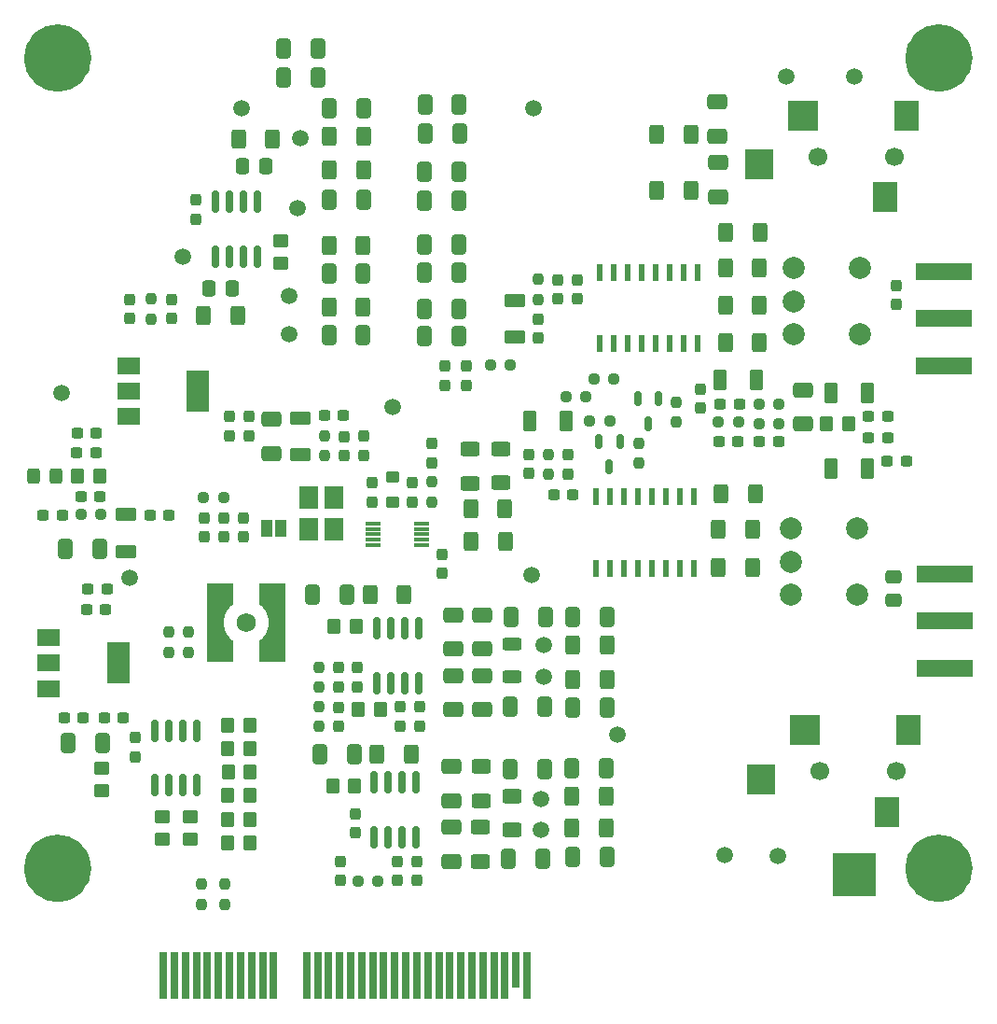
<source format=gbr>
%TF.GenerationSoftware,KiCad,Pcbnew,7.0.8*%
%TF.CreationDate,2023-11-11T12:02:15+01:00*%
%TF.ProjectId,Rhapsody_IQ,52686170-736f-4647-995f-49512e6b6963,rev?*%
%TF.SameCoordinates,Original*%
%TF.FileFunction,Soldermask,Top*%
%TF.FilePolarity,Negative*%
%FSLAX46Y46*%
G04 Gerber Fmt 4.6, Leading zero omitted, Abs format (unit mm)*
G04 Created by KiCad (PCBNEW 7.0.8) date 2023-11-11 12:02:15*
%MOMM*%
%LPD*%
G01*
G04 APERTURE LIST*
G04 Aperture macros list*
%AMRoundRect*
0 Rectangle with rounded corners*
0 $1 Rounding radius*
0 $2 $3 $4 $5 $6 $7 $8 $9 X,Y pos of 4 corners*
0 Add a 4 corners polygon primitive as box body*
4,1,4,$2,$3,$4,$5,$6,$7,$8,$9,$2,$3,0*
0 Add four circle primitives for the rounded corners*
1,1,$1+$1,$2,$3*
1,1,$1+$1,$4,$5*
1,1,$1+$1,$6,$7*
1,1,$1+$1,$8,$9*
0 Add four rect primitives between the rounded corners*
20,1,$1+$1,$2,$3,$4,$5,0*
20,1,$1+$1,$4,$5,$6,$7,0*
20,1,$1+$1,$6,$7,$8,$9,0*
20,1,$1+$1,$8,$9,$2,$3,0*%
%AMFreePoly0*
4,1,40,0.755354,3.560354,0.755500,3.560000,0.755500,-3.560000,0.755354,-3.560354,0.755000,-3.560500,-1.595000,-3.560500,-1.595354,-3.560354,-1.595500,-3.560000,-1.595500,-1.652300,-1.595486,-1.652267,-1.595496,-1.652231,-1.595414,-1.652091,-1.595354,-1.651946,-1.595320,-1.651932,-1.595302,-1.651901,-1.477258,-1.562567,-1.265736,-1.355467,-1.086297,-1.120034,-0.942685,-0.861180,-0.837904,-0.584317,
-0.774149,-0.295250,-0.752747,0.000000,-0.774149,0.295250,-0.837904,0.584317,-0.942685,0.861180,-1.086297,1.120034,-1.265736,1.355467,-1.477258,1.562567,-1.595302,1.651901,-1.595320,1.651932,-1.595354,1.651946,-1.595414,1.652091,-1.595496,1.652231,-1.595486,1.652267,-1.595500,1.652300,-1.595500,3.560000,-1.595354,3.560354,-1.595000,3.560500,0.755000,3.560500,0.755354,3.560354,
0.755354,3.560354,$1*%
G04 Aperture macros list end*
%ADD10C,3.075000*%
%ADD11RoundRect,0.137500X0.137500X-0.662500X0.137500X0.662500X-0.137500X0.662500X-0.137500X-0.662500X0*%
%ADD12RoundRect,0.250000X-0.412500X-0.650000X0.412500X-0.650000X0.412500X0.650000X-0.412500X0.650000X0*%
%ADD13RoundRect,0.237500X-0.237500X0.300000X-0.237500X-0.300000X0.237500X-0.300000X0.237500X0.300000X0*%
%ADD14C,1.500000*%
%ADD15RoundRect,0.250000X0.625000X-0.400000X0.625000X0.400000X-0.625000X0.400000X-0.625000X-0.400000X0*%
%ADD16RoundRect,0.250000X0.412500X0.650000X-0.412500X0.650000X-0.412500X-0.650000X0.412500X-0.650000X0*%
%ADD17RoundRect,0.250000X0.650000X-0.412500X0.650000X0.412500X-0.650000X0.412500X-0.650000X-0.412500X0*%
%ADD18RoundRect,0.237500X-0.237500X0.250000X-0.237500X-0.250000X0.237500X-0.250000X0.237500X0.250000X0*%
%ADD19RoundRect,0.237500X0.300000X0.237500X-0.300000X0.237500X-0.300000X-0.237500X0.300000X-0.237500X0*%
%ADD20RoundRect,0.237500X0.237500X-0.250000X0.237500X0.250000X-0.237500X0.250000X-0.237500X-0.250000X0*%
%ADD21RoundRect,0.237500X-0.300000X-0.237500X0.300000X-0.237500X0.300000X0.237500X-0.300000X0.237500X0*%
%ADD22RoundRect,0.150000X-0.150000X0.825000X-0.150000X-0.825000X0.150000X-0.825000X0.150000X0.825000X0*%
%ADD23RoundRect,0.250000X-0.400000X-0.625000X0.400000X-0.625000X0.400000X0.625000X-0.400000X0.625000X0*%
%ADD24R,1.400000X0.300000*%
%ADD25RoundRect,0.250000X-0.325000X-0.450000X0.325000X-0.450000X0.325000X0.450000X-0.325000X0.450000X0*%
%ADD26RoundRect,0.250000X-0.450000X0.350000X-0.450000X-0.350000X0.450000X-0.350000X0.450000X0.350000X0*%
%ADD27RoundRect,0.237500X-0.250000X-0.237500X0.250000X-0.237500X0.250000X0.237500X-0.250000X0.237500X0*%
%ADD28RoundRect,0.250000X0.362500X0.700000X-0.362500X0.700000X-0.362500X-0.700000X0.362500X-0.700000X0*%
%ADD29R,5.080000X1.500000*%
%ADD30RoundRect,0.250000X0.475000X-0.337500X0.475000X0.337500X-0.475000X0.337500X-0.475000X-0.337500X0*%
%ADD31R,1.800000X2.100000*%
%ADD32R,1.000000X1.500000*%
%ADD33RoundRect,0.250000X0.400000X0.625000X-0.400000X0.625000X-0.400000X-0.625000X0.400000X-0.625000X0*%
%ADD34RoundRect,0.250000X0.350000X0.450000X-0.350000X0.450000X-0.350000X-0.450000X0.350000X-0.450000X0*%
%ADD35RoundRect,0.237500X0.250000X0.237500X-0.250000X0.237500X-0.250000X-0.237500X0.250000X-0.237500X0*%
%ADD36R,2.000000X1.500000*%
%ADD37R,2.000000X3.800000*%
%ADD38RoundRect,0.250000X-0.625000X0.400000X-0.625000X-0.400000X0.625000X-0.400000X0.625000X0.400000X0*%
%ADD39RoundRect,0.250000X-0.350000X-0.450000X0.350000X-0.450000X0.350000X0.450000X-0.350000X0.450000X0*%
%ADD40RoundRect,0.250000X-0.625000X0.312500X-0.625000X-0.312500X0.625000X-0.312500X0.625000X0.312500X0*%
%ADD41C,2.000000*%
%ADD42RoundRect,0.250000X-0.700000X0.362500X-0.700000X-0.362500X0.700000X-0.362500X0.700000X0.362500X0*%
%ADD43RoundRect,0.237500X0.237500X-0.300000X0.237500X0.300000X-0.237500X0.300000X-0.237500X-0.300000X0*%
%ADD44RoundRect,0.250000X0.700000X-0.362500X0.700000X0.362500X-0.700000X0.362500X-0.700000X-0.362500X0*%
%ADD45R,0.700000X4.300000*%
%ADD46R,0.700000X3.200000*%
%ADD47R,4.000000X4.000000*%
%ADD48RoundRect,0.250000X0.450000X-0.350000X0.450000X0.350000X-0.450000X0.350000X-0.450000X-0.350000X0*%
%ADD49C,1.730000*%
%ADD50FreePoly0,0.000000*%
%ADD51FreePoly0,180.000000*%
%ADD52RoundRect,0.250000X-0.350000X0.275000X-0.350000X-0.275000X0.350000X-0.275000X0.350000X0.275000X0*%
%ADD53RoundRect,0.250000X-0.650000X0.412500X-0.650000X-0.412500X0.650000X-0.412500X0.650000X0.412500X0*%
%ADD54C,1.700000*%
%ADD55R,2.200000X2.800000*%
%ADD56R,2.800000X2.800000*%
%ADD57R,2.600000X2.800000*%
%ADD58RoundRect,0.250000X0.337500X0.475000X-0.337500X0.475000X-0.337500X-0.475000X0.337500X-0.475000X0*%
%ADD59RoundRect,0.150000X-0.150000X0.512500X-0.150000X-0.512500X0.150000X-0.512500X0.150000X0.512500X0*%
%ADD60RoundRect,0.150000X0.150000X-0.825000X0.150000X0.825000X-0.150000X0.825000X-0.150000X-0.825000X0*%
G04 APERTURE END LIST*
D10*
X109537500Y-33500000D02*
G75*
G03*
X109537500Y-33500000I-1537500J0D01*
G01*
X189537500Y-107000000D02*
G75*
G03*
X189537500Y-107000000I-1537500J0D01*
G01*
X109537500Y-107000000D02*
G75*
G03*
X109537500Y-107000000I-1537500J0D01*
G01*
X189537500Y-33500000D02*
G75*
G03*
X189537500Y-33500000I-1537500J0D01*
G01*
D11*
%TO.C,U305*%
X156855000Y-79775000D03*
X158125000Y-79775000D03*
X159395000Y-79775000D03*
X160665000Y-79775000D03*
X161935000Y-79775000D03*
X163205000Y-79775000D03*
X164475000Y-79775000D03*
X165745000Y-79775000D03*
X165745000Y-73275000D03*
X164475000Y-73275000D03*
X163205000Y-73275000D03*
X161935000Y-73275000D03*
X160665000Y-73275000D03*
X159395000Y-73275000D03*
X158125000Y-73275000D03*
X156855000Y-73275000D03*
%TD*%
%TO.C,U203*%
X157205000Y-59425000D03*
X158475000Y-59425000D03*
X159745000Y-59425000D03*
X161015000Y-59425000D03*
X162285000Y-59425000D03*
X163555000Y-59425000D03*
X164825000Y-59425000D03*
X166095000Y-59425000D03*
X166095000Y-52925000D03*
X164825000Y-52925000D03*
X163555000Y-52925000D03*
X162285000Y-52925000D03*
X161015000Y-52925000D03*
X159745000Y-52925000D03*
X158475000Y-52925000D03*
X157205000Y-52925000D03*
%TD*%
D12*
%TO.C,C215*%
X132657000Y-46355000D03*
X135782000Y-46355000D03*
%TD*%
D13*
%TO.C,C210*%
X145131000Y-61468000D03*
X145131000Y-63193000D03*
%TD*%
D14*
%TO.C,TP105*%
X174117000Y-35179000D03*
%TD*%
D13*
%TO.C,C201*%
X114554000Y-55398500D03*
X114554000Y-57123500D03*
%TD*%
D14*
%TO.C,TP205*%
X119380000Y-51562000D03*
%TD*%
D15*
%TO.C,R327*%
X146431000Y-100891000D03*
X146431000Y-97791000D03*
%TD*%
D16*
%TO.C,C214*%
X144462900Y-37744400D03*
X141337900Y-37744400D03*
%TD*%
%TO.C,C326*%
X157899500Y-84201000D03*
X154774500Y-84201000D03*
%TD*%
D17*
%TO.C,C336*%
X143764000Y-100903500D03*
X143764000Y-97778500D03*
%TD*%
D13*
%TO.C,C209*%
X155194000Y-53632000D03*
X155194000Y-55357000D03*
%TD*%
D18*
%TO.C,R206*%
X151638000Y-53558500D03*
X151638000Y-55383500D03*
%TD*%
D19*
%TO.C,C102*%
X110336500Y-93345000D03*
X108611500Y-93345000D03*
%TD*%
D13*
%TO.C,C306*%
X140871500Y-92355500D03*
X140871500Y-94080500D03*
%TD*%
D17*
%TO.C,C329*%
X143891000Y-87122000D03*
X143891000Y-83997000D03*
%TD*%
D20*
%TO.C,R222*%
X164134800Y-66546100D03*
X164134800Y-64721100D03*
%TD*%
D13*
%TO.C,C208*%
X153416000Y-53632000D03*
X153416000Y-55357000D03*
%TD*%
D20*
%TO.C,R411*%
X123190000Y-110259500D03*
X123190000Y-108434500D03*
%TD*%
D18*
%TO.C,R308*%
X131727500Y-88747000D03*
X131727500Y-90572000D03*
%TD*%
D21*
%TO.C,C120*%
X183314000Y-70104000D03*
X185039000Y-70104000D03*
%TD*%
D22*
%TO.C,U501*%
X120650000Y-94491000D03*
X119380000Y-94491000D03*
X118110000Y-94491000D03*
X116840000Y-94491000D03*
X116840000Y-99441000D03*
X118110000Y-99441000D03*
X119380000Y-99441000D03*
X120650000Y-99441000D03*
%TD*%
D23*
%TO.C,R320*%
X154707500Y-100500000D03*
X157807500Y-100500000D03*
%TD*%
D24*
%TO.C,U403*%
X136611000Y-75708000D03*
X136611000Y-76208000D03*
X136611000Y-76708000D03*
X136611000Y-77208000D03*
X136611000Y-77708000D03*
X141011000Y-77708000D03*
X141011000Y-77208000D03*
X141011000Y-76708000D03*
X141011000Y-76208000D03*
X141011000Y-75708000D03*
%TD*%
D17*
%TO.C,C212*%
X167944800Y-46101800D03*
X167944800Y-42976800D03*
%TD*%
D16*
%TO.C,C104*%
X111798500Y-77989500D03*
X108673500Y-77989500D03*
%TD*%
D25*
%TO.C,D101*%
X105813000Y-71379000D03*
X107863000Y-71379000D03*
%TD*%
D26*
%TO.C,R501*%
X120015000Y-102316000D03*
X120015000Y-104316000D03*
%TD*%
D27*
%TO.C,R321*%
X156285000Y-66421000D03*
X158110000Y-66421000D03*
%TD*%
D14*
%TO.C,TP108*%
X138430000Y-65151000D03*
%TD*%
D23*
%TO.C,R316*%
X136372000Y-82169000D03*
X139472000Y-82169000D03*
%TD*%
D12*
%TO.C,C206*%
X128485500Y-35255200D03*
X131610500Y-35255200D03*
%TD*%
D28*
%TO.C,L302*%
X181494500Y-70739000D03*
X178169500Y-70739000D03*
%TD*%
D23*
%TO.C,R204*%
X162410000Y-45478000D03*
X165510000Y-45478000D03*
%TD*%
D29*
%TO.C,J102*%
X188566500Y-84582000D03*
X188566500Y-80332000D03*
X188566500Y-88832000D03*
%TD*%
D30*
%TO.C,C324*%
X183845200Y-82673100D03*
X183845200Y-80598100D03*
%TD*%
D15*
%TO.C,R413*%
X145448000Y-72056000D03*
X145448000Y-68956000D03*
%TD*%
D29*
%TO.C,J104*%
X188439500Y-57150000D03*
X188439500Y-52900000D03*
X188439500Y-61400000D03*
%TD*%
D12*
%TO.C,C323*%
X149059500Y-92329000D03*
X152184500Y-92329000D03*
%TD*%
D16*
%TO.C,C204*%
X144456500Y-43789600D03*
X141331500Y-43789600D03*
%TD*%
D23*
%TO.C,R324*%
X137007000Y-96647000D03*
X140107000Y-96647000D03*
%TD*%
%TO.C,R322*%
X154707500Y-103300000D03*
X157807500Y-103300000D03*
%TD*%
D31*
%TO.C,U404*%
X133103000Y-76253000D03*
X133103000Y-73353000D03*
X130803000Y-73353000D03*
X130803000Y-76253000D03*
%TD*%
D28*
%TO.C,L301*%
X154189500Y-66421000D03*
X150864500Y-66421000D03*
%TD*%
D12*
%TO.C,C222*%
X128485500Y-32664400D03*
X131610500Y-32664400D03*
%TD*%
D19*
%TO.C,C408*%
X111481000Y-67550000D03*
X109756000Y-67550000D03*
%TD*%
D13*
%TO.C,C305*%
X139065000Y-92355500D03*
X139065000Y-94080500D03*
%TD*%
D12*
%TO.C,C322*%
X149186500Y-84201000D03*
X152311500Y-84201000D03*
%TD*%
D32*
%TO.C,JP401*%
X126970000Y-76200000D03*
X128270000Y-76200000D03*
%TD*%
D33*
%TO.C,R216*%
X171780800Y-49326800D03*
X168680800Y-49326800D03*
%TD*%
D13*
%TO.C,C301*%
X133632500Y-106376300D03*
X133632500Y-108101300D03*
%TD*%
D23*
%TO.C,R312*%
X167966500Y-79697000D03*
X171066500Y-79697000D03*
%TD*%
D34*
%TO.C,R103*%
X111791000Y-71379000D03*
X109791000Y-71379000D03*
%TD*%
D21*
%TO.C,C415*%
X132233500Y-65886500D03*
X133958500Y-65886500D03*
%TD*%
D35*
%TO.C,R108*%
X169822500Y-66548000D03*
X167997500Y-66548000D03*
%TD*%
D36*
%TO.C,U402*%
X114427000Y-61440000D03*
X114427000Y-63740000D03*
D37*
X120727000Y-63740000D03*
D36*
X114427000Y-66040000D03*
%TD*%
D34*
%TO.C,JP302*%
X135096000Y-85090000D03*
X133096000Y-85090000D03*
%TD*%
D13*
%TO.C,C318*%
X166370000Y-63551900D03*
X166370000Y-65276900D03*
%TD*%
D22*
%TO.C,U301*%
X140792200Y-85256600D03*
X139522200Y-85256600D03*
X138252200Y-85256600D03*
X136982200Y-85256600D03*
X136982200Y-90206600D03*
X138252200Y-90206600D03*
X139522200Y-90206600D03*
X140792200Y-90206600D03*
%TD*%
D13*
%TO.C,C317*%
X150749000Y-69469000D03*
X150749000Y-71194000D03*
%TD*%
D33*
%TO.C,R205*%
X135794900Y-40589200D03*
X132694900Y-40589200D03*
%TD*%
D23*
%TO.C,R408*%
X145516000Y-74422000D03*
X148616000Y-74422000D03*
%TD*%
D17*
%TO.C,C117*%
X175641000Y-66713500D03*
X175641000Y-63588500D03*
%TD*%
D23*
%TO.C,R317*%
X168249000Y-73025000D03*
X171349000Y-73025000D03*
%TD*%
D38*
%TO.C,R326*%
X146351000Y-103270000D03*
X146351000Y-106370000D03*
%TD*%
D39*
%TO.C,R506*%
X123460000Y-94045000D03*
X125460000Y-94045000D03*
%TD*%
D35*
%TO.C,R220*%
X158519500Y-62611000D03*
X156694500Y-62611000D03*
%TD*%
D21*
%TO.C,C107*%
X116382000Y-74941500D03*
X118107000Y-74941500D03*
%TD*%
D13*
%TO.C,C211*%
X143129000Y-61468000D03*
X143129000Y-63193000D03*
%TD*%
D14*
%TO.C,TP109*%
X108331000Y-63881000D03*
%TD*%
%TO.C,TP103*%
X173355000Y-105918000D03*
%TD*%
D40*
%TO.C,R315*%
X149225000Y-86675500D03*
X149225000Y-89600500D03*
%TD*%
D41*
%TO.C,T301*%
X180594000Y-76200000D03*
X180594000Y-82200000D03*
X174594000Y-76200000D03*
X174594000Y-79200000D03*
X174594000Y-82200000D03*
%TD*%
D19*
%TO.C,C109*%
X108431500Y-74941500D03*
X106706500Y-74941500D03*
%TD*%
%TO.C,C108*%
X111860500Y-73279000D03*
X110135500Y-73279000D03*
%TD*%
D14*
%TO.C,TP302*%
X152146000Y-89662000D03*
%TD*%
D42*
%TO.C,L401*%
X130048000Y-66129000D03*
X130048000Y-69454000D03*
%TD*%
D17*
%TO.C,C409*%
X127381000Y-69354000D03*
X127381000Y-66229000D03*
%TD*%
D36*
%TO.C,U101*%
X107213000Y-86092000D03*
X107213000Y-88392000D03*
D37*
X113513000Y-88392000D03*
D36*
X107213000Y-90692000D03*
%TD*%
D14*
%TO.C,TP107*%
X151003000Y-80391000D03*
%TD*%
D12*
%TO.C,C228*%
X132618500Y-58674000D03*
X135743500Y-58674000D03*
%TD*%
D43*
%TO.C,C314*%
X135156500Y-90522000D03*
X135156500Y-88797000D03*
%TD*%
D39*
%TO.C,R508*%
X123476000Y-98236000D03*
X125476000Y-98236000D03*
%TD*%
D20*
%TO.C,R406*%
X132207000Y-69593000D03*
X132207000Y-67768000D03*
%TD*%
D12*
%TO.C,C334*%
X131816000Y-96647000D03*
X134941000Y-96647000D03*
%TD*%
D34*
%TO.C,R503*%
X125460000Y-102554000D03*
X123460000Y-102554000D03*
%TD*%
D27*
%TO.C,R301*%
X135260000Y-108127800D03*
X137085000Y-108127800D03*
%TD*%
D44*
%TO.C,L101*%
X114173000Y-78255000D03*
X114173000Y-74930000D03*
%TD*%
D16*
%TO.C,C226*%
X144418000Y-53000000D03*
X141293000Y-53000000D03*
%TD*%
D13*
%TO.C,C304*%
X133477000Y-92420500D03*
X133477000Y-94145500D03*
%TD*%
D12*
%TO.C,C227*%
X132618500Y-53086000D03*
X135743500Y-53086000D03*
%TD*%
D13*
%TO.C,C418*%
X124841000Y-75210500D03*
X124841000Y-76935500D03*
%TD*%
D38*
%TO.C,R323*%
X149225000Y-100419500D03*
X149225000Y-103519500D03*
%TD*%
D23*
%TO.C,R409*%
X145542000Y-77343000D03*
X148642000Y-77343000D03*
%TD*%
D45*
%TO.C,J501*%
X117606000Y-116755000D03*
X118606000Y-116755000D03*
X119606000Y-116755000D03*
X120606000Y-116755000D03*
X121606000Y-116755000D03*
X122606000Y-116755000D03*
X123606000Y-116755000D03*
X124606000Y-116755000D03*
X125606000Y-116755000D03*
X126606000Y-116755000D03*
X127606000Y-116755000D03*
X130606000Y-116755000D03*
X131606000Y-116755000D03*
X132606000Y-116755000D03*
X133606000Y-116755000D03*
X134606000Y-116755000D03*
X135606000Y-116755000D03*
X136606000Y-116755000D03*
X137606000Y-116755000D03*
X138606000Y-116755000D03*
X139606000Y-116755000D03*
X140606000Y-116755000D03*
X141606000Y-116755000D03*
X142606000Y-116755000D03*
X143606000Y-116755000D03*
X144606000Y-116755000D03*
X145606000Y-116755000D03*
X146606000Y-116755000D03*
X147606000Y-116755000D03*
X148606000Y-116755000D03*
D46*
X149606000Y-116205000D03*
D45*
X150606000Y-116755000D03*
%TD*%
D23*
%TO.C,R311*%
X154787000Y-86741000D03*
X157887000Y-86741000D03*
%TD*%
D20*
%TO.C,R325*%
X160782000Y-70254500D03*
X160782000Y-68429500D03*
%TD*%
D14*
%TO.C,TP204*%
X129032000Y-55118000D03*
%TD*%
D16*
%TO.C,C223*%
X144437500Y-56250000D03*
X141312500Y-56250000D03*
%TD*%
D43*
%TO.C,C313*%
X133477000Y-90524500D03*
X133477000Y-88799500D03*
%TD*%
%TO.C,C416*%
X141986000Y-70204500D03*
X141986000Y-68479500D03*
%TD*%
D23*
%TO.C,R213*%
X162410000Y-40398000D03*
X165510000Y-40398000D03*
%TD*%
D13*
%TO.C,C316*%
X154305000Y-69495500D03*
X154305000Y-71220500D03*
%TD*%
D28*
%TO.C,L202*%
X181494500Y-63881000D03*
X178169500Y-63881000D03*
%TD*%
D47*
%TO.C,TP110*%
X180340000Y-107569000D03*
%TD*%
D43*
%TO.C,C406*%
X140208000Y-73760500D03*
X140208000Y-72035500D03*
%TD*%
D16*
%TO.C,C325*%
X157899500Y-92456000D03*
X154774500Y-92456000D03*
%TD*%
D34*
%TO.C,R504*%
X125460000Y-100395000D03*
X123460000Y-100395000D03*
%TD*%
D48*
%TO.C,R101*%
X112014000Y-99933000D03*
X112014000Y-97933000D03*
%TD*%
D33*
%TO.C,R219*%
X124337500Y-56834000D03*
X121237500Y-56834000D03*
%TD*%
D14*
%TO.C,TP108*%
X158800000Y-94900000D03*
%TD*%
D49*
%TO.C,J401*%
X125095000Y-84709000D03*
D50*
X127895000Y-84709000D03*
D51*
X122295000Y-84709000D03*
%TD*%
D14*
%TO.C,TP101*%
X114554000Y-80645000D03*
%TD*%
D43*
%TO.C,C414*%
X136525000Y-73760500D03*
X136525000Y-72035500D03*
%TD*%
D19*
%TO.C,C118*%
X173455500Y-68326000D03*
X171730500Y-68326000D03*
%TD*%
D26*
%TO.C,R505*%
X117475000Y-102316000D03*
X117475000Y-104316000D03*
%TD*%
D52*
%TO.C,L402*%
X138430000Y-71494000D03*
X138430000Y-73794000D03*
%TD*%
D23*
%TO.C,R210*%
X168627500Y-59309000D03*
X171727500Y-59309000D03*
%TD*%
D12*
%TO.C,C330*%
X149059500Y-98032500D03*
X152184500Y-98032500D03*
%TD*%
D19*
%TO.C,C105*%
X112469000Y-81661000D03*
X110744000Y-81661000D03*
%TD*%
D14*
%TO.C,TP304*%
X151892000Y-103505000D03*
%TD*%
D18*
%TO.C,R304*%
X131727500Y-92303000D03*
X131727500Y-94128000D03*
%TD*%
D16*
%TO.C,C101*%
X112052500Y-95631000D03*
X108927500Y-95631000D03*
%TD*%
D53*
%TO.C,C335*%
X143764000Y-103239500D03*
X143764000Y-106364500D03*
%TD*%
D21*
%TO.C,C321*%
X153035000Y-73107500D03*
X154760000Y-73107500D03*
%TD*%
D34*
%TO.C,JP301*%
X134985000Y-99568000D03*
X132985000Y-99568000D03*
%TD*%
D13*
%TO.C,C217*%
X151638000Y-57188000D03*
X151638000Y-58913000D03*
%TD*%
D15*
%TO.C,R414*%
X148209000Y-72035000D03*
X148209000Y-68935000D03*
%TD*%
D54*
%TO.C,J103*%
X184004000Y-42430000D03*
X177004000Y-42430000D03*
D55*
X185104000Y-38730000D03*
D56*
X175704000Y-38730000D03*
D55*
X183104000Y-46130000D03*
D57*
X171704000Y-43180000D03*
%TD*%
D16*
%TO.C,C207*%
X144475400Y-40335200D03*
X141350400Y-40335200D03*
%TD*%
D53*
%TO.C,R318*%
X146558000Y-89496500D03*
X146558000Y-92621500D03*
%TD*%
D16*
%TO.C,C333*%
X157820000Y-97900000D03*
X154695000Y-97900000D03*
%TD*%
D21*
%TO.C,C119*%
X181636500Y-67945000D03*
X183361500Y-67945000D03*
%TD*%
D43*
%TO.C,C501*%
X115062000Y-96874500D03*
X115062000Y-95149500D03*
%TD*%
%TO.C,C412*%
X133985000Y-69569500D03*
X133985000Y-67844500D03*
%TD*%
D39*
%TO.C,R507*%
X123460000Y-96139000D03*
X125460000Y-96139000D03*
%TD*%
D18*
%TO.C,R310*%
X152527000Y-69445500D03*
X152527000Y-71270500D03*
%TD*%
D33*
%TO.C,R215*%
X135731000Y-56134000D03*
X132631000Y-56134000D03*
%TD*%
D20*
%TO.C,R407*%
X141986000Y-73787000D03*
X141986000Y-71962000D03*
%TD*%
D16*
%TO.C,C225*%
X144418000Y-58750000D03*
X141293000Y-58750000D03*
%TD*%
D23*
%TO.C,R211*%
X168627500Y-55948000D03*
X171727500Y-55948000D03*
%TD*%
D17*
%TO.C,R319*%
X146558000Y-87122000D03*
X146558000Y-83997000D03*
%TD*%
D41*
%TO.C,T201*%
X180848000Y-52547000D03*
X180848000Y-58547000D03*
X174848000Y-52547000D03*
X174848000Y-55547000D03*
X174848000Y-58547000D03*
%TD*%
D48*
%TO.C,JP201*%
X128270000Y-52104000D03*
X128270000Y-50104000D03*
%TD*%
D19*
%TO.C,C407*%
X111479500Y-69342000D03*
X109754500Y-69342000D03*
%TD*%
D33*
%TO.C,R209*%
X127534000Y-40894000D03*
X124434000Y-40894000D03*
%TD*%
D16*
%TO.C,C213*%
X144437500Y-46482000D03*
X141312500Y-46482000D03*
%TD*%
D33*
%TO.C,R202*%
X135795500Y-43688000D03*
X132695500Y-43688000D03*
%TD*%
D58*
%TO.C,C230*%
X123846500Y-54421000D03*
X121771500Y-54421000D03*
%TD*%
D35*
%TO.C,R107*%
X173505500Y-66675000D03*
X171680500Y-66675000D03*
%TD*%
D12*
%TO.C,C216*%
X132682400Y-38100000D03*
X135807400Y-38100000D03*
%TD*%
D35*
%TO.C,R102*%
X111934000Y-74930000D03*
X110109000Y-74930000D03*
%TD*%
D59*
%TO.C,Q201*%
X162560000Y-64394500D03*
X160660000Y-64394500D03*
X161610000Y-66669500D03*
%TD*%
D22*
%TO.C,U302*%
X140538200Y-99226600D03*
X139268200Y-99226600D03*
X137998200Y-99226600D03*
X136728200Y-99226600D03*
X136728200Y-104176600D03*
X137998200Y-104176600D03*
X139268200Y-104176600D03*
X140538200Y-104176600D03*
%TD*%
D33*
%TO.C,R212*%
X135731000Y-50546000D03*
X132631000Y-50546000D03*
%TD*%
D21*
%TO.C,C319*%
X168149100Y-64897000D03*
X169874100Y-64897000D03*
%TD*%
D39*
%TO.C,R106*%
X177800000Y-66675000D03*
X179800000Y-66675000D03*
%TD*%
D16*
%TO.C,C220*%
X144437500Y-50419000D03*
X141312500Y-50419000D03*
%TD*%
D13*
%TO.C,C302*%
X138811000Y-106367300D03*
X138811000Y-108092300D03*
%TD*%
D12*
%TO.C,C327*%
X131142500Y-82169000D03*
X134267500Y-82169000D03*
%TD*%
D60*
%TO.C,U201*%
X122301000Y-51497000D03*
X123571000Y-51497000D03*
X124841000Y-51497000D03*
X126111000Y-51497000D03*
X126111000Y-46547000D03*
X124841000Y-46547000D03*
X123571000Y-46547000D03*
X122301000Y-46547000D03*
%TD*%
D19*
%TO.C,C106*%
X112345000Y-83566000D03*
X110620000Y-83566000D03*
%TD*%
D20*
%TO.C,R413*%
X119888000Y-87399500D03*
X119888000Y-85574500D03*
%TD*%
D14*
%TO.C,TP303*%
X151892000Y-100711000D03*
%TD*%
D21*
%TO.C,C103*%
X112251000Y-93345000D03*
X113976000Y-93345000D03*
%TD*%
D43*
%TO.C,C411*%
X123571000Y-67765000D03*
X123571000Y-66040000D03*
%TD*%
D13*
%TO.C,C419*%
X121285000Y-75210500D03*
X121285000Y-76935500D03*
%TD*%
D23*
%TO.C,R214*%
X168627500Y-52578000D03*
X171727500Y-52578000D03*
%TD*%
D27*
%TO.C,R414*%
X121261500Y-73406000D03*
X123086500Y-73406000D03*
%TD*%
D20*
%TO.C,R412*%
X118110000Y-87399500D03*
X118110000Y-85574500D03*
%TD*%
D21*
%TO.C,C121*%
X181636500Y-66040000D03*
X183361500Y-66040000D03*
%TD*%
D28*
%TO.C,L102*%
X171461500Y-62738000D03*
X168136500Y-62738000D03*
%TD*%
D20*
%TO.C,R410*%
X121031000Y-110259500D03*
X121031000Y-108434500D03*
%TD*%
D43*
%TO.C,C116*%
X184150000Y-55853500D03*
X184150000Y-54128500D03*
%TD*%
%TO.C,C413*%
X135763000Y-69543000D03*
X135763000Y-67818000D03*
%TD*%
D14*
%TO.C,TP203*%
X130048000Y-40767000D03*
%TD*%
%TO.C,TP206*%
X129032000Y-58547000D03*
%TD*%
D16*
%TO.C,C332*%
X157862500Y-105975000D03*
X154737500Y-105975000D03*
%TD*%
D13*
%TO.C,C420*%
X123063000Y-75210500D03*
X123063000Y-76935500D03*
%TD*%
D27*
%TO.C,R105*%
X171680500Y-64897000D03*
X173505500Y-64897000D03*
%TD*%
D34*
%TO.C,R502*%
X125460000Y-104713000D03*
X123460000Y-104713000D03*
%TD*%
D43*
%TO.C,C410*%
X125349000Y-67765000D03*
X125349000Y-66040000D03*
%TD*%
D13*
%TO.C,C202*%
X118364000Y-55398500D03*
X118364000Y-57123500D03*
%TD*%
D17*
%TO.C,C224*%
X167871000Y-40563500D03*
X167871000Y-37438500D03*
%TD*%
D23*
%TO.C,R313*%
X154787000Y-89916000D03*
X157887000Y-89916000D03*
%TD*%
D13*
%TO.C,C417*%
X142875000Y-78512500D03*
X142875000Y-80237500D03*
%TD*%
D14*
%TO.C,TP201*%
X129794000Y-47117000D03*
%TD*%
D59*
%TO.C,Q301*%
X159036500Y-68326000D03*
X157136500Y-68326000D03*
X158086500Y-70601000D03*
%TD*%
D20*
%TO.C,R201*%
X116459000Y-57173500D03*
X116459000Y-55348500D03*
%TD*%
D21*
%TO.C,C122*%
X168047500Y-68326000D03*
X169772500Y-68326000D03*
%TD*%
D54*
%TO.C,J101*%
X184150000Y-98171000D03*
X177150000Y-98171000D03*
D55*
X185250000Y-94471000D03*
D56*
X175850000Y-94471000D03*
D55*
X183250000Y-101871000D03*
D57*
X171850000Y-98921000D03*
%TD*%
D12*
%TO.C,C331*%
X148932500Y-106160500D03*
X152057500Y-106160500D03*
%TD*%
D14*
%TO.C,TP102*%
X168529000Y-105791000D03*
%TD*%
%TO.C,TP301*%
X152146000Y-86741000D03*
%TD*%
D44*
%TO.C,L201*%
X149479000Y-58824000D03*
X149479000Y-55499000D03*
%TD*%
D14*
%TO.C,TP104*%
X180340000Y-35179000D03*
%TD*%
D53*
%TO.C,C328*%
X143891000Y-89496500D03*
X143891000Y-92621500D03*
%TD*%
D39*
%TO.C,R302*%
X135287000Y-92583000D03*
X137287000Y-92583000D03*
%TD*%
D14*
%TO.C,TP202*%
X124714000Y-38100000D03*
%TD*%
D43*
%TO.C,C315*%
X135001000Y-103759000D03*
X135001000Y-102034000D03*
%TD*%
D58*
%TO.C,C219*%
X126894500Y-43307000D03*
X124819500Y-43307000D03*
%TD*%
D35*
%TO.C,R309*%
X155979500Y-64262000D03*
X154154500Y-64262000D03*
%TD*%
D14*
%TO.C,TP106*%
X151231600Y-38100000D03*
%TD*%
D13*
%TO.C,C203*%
X120523000Y-46381500D03*
X120523000Y-48106500D03*
%TD*%
D33*
%TO.C,R314*%
X171066500Y-76268000D03*
X167966500Y-76268000D03*
%TD*%
D27*
%TO.C,R203*%
X147296500Y-61341000D03*
X149121500Y-61341000D03*
%TD*%
D13*
%TO.C,C303*%
X140589000Y-106367300D03*
X140589000Y-108092300D03*
%TD*%
M02*

</source>
